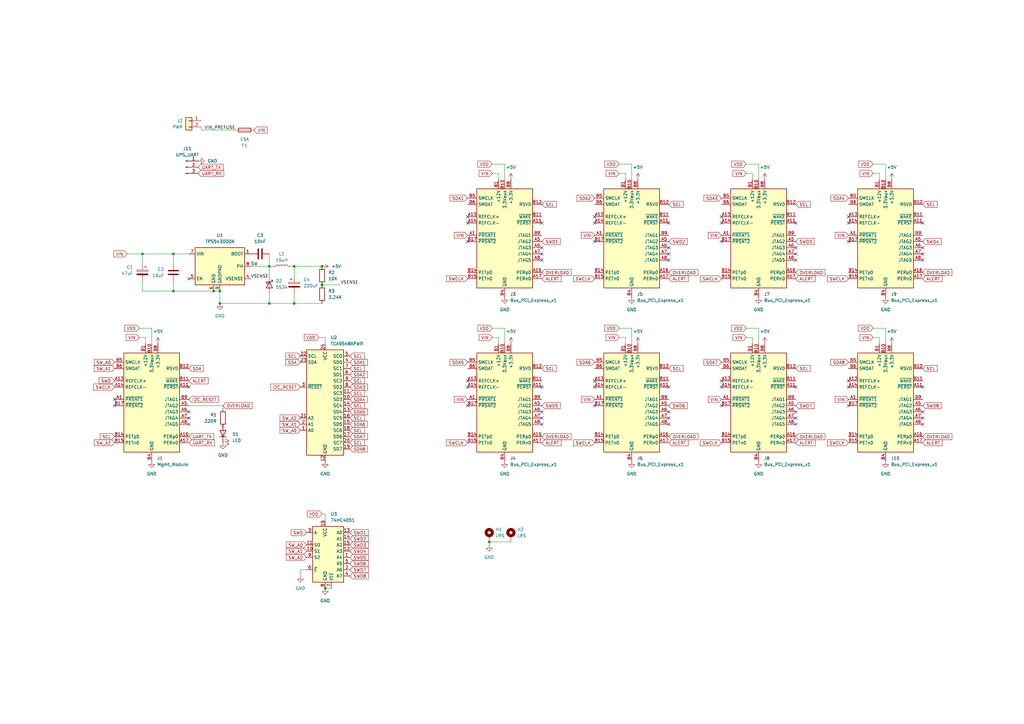
<source format=kicad_sch>
(kicad_sch (version 20231120) (generator "eeschema") (generator_version "8.0")
  (paper "A3")
  (title_block (date "2024-06-27") (rev "v0.5.2"))
  (lib_symbols
    (symbol "74xx:74HC4051"
      (property "Reference" "U" (at -5.08 11.43 0))
      (property "Value" "74HC4051" (at -7.62 -13.97 0))
      (symbol "74HC4051_0_1"
        (rectangle (start -5.08 10.16) (end 7.62 -12.7) (stroke (width 0.254)) (fill (type background)))
      )
      (symbol "74HC4051_1_1"
        (pin passive line (at 10.16 -2.54 180) (length 2.54) (name "A4") (number "1"))
        (pin input line (at -7.62 0 0) (length 2.54) (name "S1") (number "10"))
        (pin input line (at -7.62 2.54 0) (length 2.54) (name "S0") (number "11"))
        (pin passive line (at 10.16 0 180) (length 2.54) (name "A3") (number "12"))
        (pin passive line (at 10.16 7.62 180) (length 2.54) (name "A0") (number "13"))
        (pin passive line (at 10.16 5.08 180) (length 2.54) (name "A1") (number "14"))
        (pin passive line (at 10.16 2.54 180) (length 2.54) (name "A2") (number "15"))
        (pin power_in line (at 0 12.7 270) (length 2.54) (name "VCC") (number "16"))
        (pin passive line (at 10.16 -7.62 180) (length 2.54) (name "A6") (number "2"))
        (pin passive line (at -7.62 7.62 0) (length 2.54) (name "A") (number "3"))
        (pin passive line (at 10.16 -10.16 180) (length 2.54) (name "A7") (number "4"))
        (pin passive line (at 10.16 -5.08 180) (length 2.54) (name "A5") (number "5"))
        (pin input line (at -7.62 -7.62 0) (length 2.54) (name "~{E}") (number "6"))
        (pin power_in line (at 2.54 -15.24 90) (length 2.54) (name "VEE") (number "7"))
        (pin power_in line (at 0 -15.24 90) (length 2.54) (name "GND") (number "8"))
        (pin input line (at -7.62 -2.54 0) (length 2.54) (name "S2") (number "9"))
      )
    )
    (symbol "Connector:Bus_PCI_Express_x1"
      (property "Reference" "J" (at -8.89 22.86 0))
      (property "Value" "Bus_PCI_Express_x1" (at 12.7 22.86 0))
      (symbol "Bus_PCI_Express_x1_0_1"
        (rectangle (start -11.43 21.59) (end 11.43 -19.05) (stroke (width 0.254)) (fill (type background)))
      )
      (symbol "Bus_PCI_Express_x1_1_1"
        (pin passive line (at -15.24 2.54 0) (length 3.81) (name "~{PRSNT1}") (number "A1"))
        (pin passive line (at 2.54 25.4 270) (length 3.81) hide (name "+3.3V") (number "A10"))
        (pin input line (at 15.24 7.62 180) (length 3.81) (name "~{PERST}") (number "A11"))
        (pin passive line (at 0 -22.86 90) (length 3.81) hide (name "GND") (number "A12"))
        (pin input line (at -15.24 10.16 0) (length 3.81) (name "REFCLK+") (number "A13"))
        (pin input line (at -15.24 7.62 0) (length 3.81) (name "REFCLK-") (number "A14"))
        (pin passive line (at 0 -22.86 90) (length 3.81) hide (name "GND") (number "A15"))
        (pin output line (at 15.24 -12.7 180) (length 3.81) (name "PERp0") (number "A16"))
        (pin output line (at 15.24 -15.24 180) (length 3.81) (name "PERn0") (number "A17"))
        (pin passive line (at 0 -22.86 90) (length 3.81) hide (name "GND") (number "A18"))
        (pin passive line (at -2.54 25.4 270) (length 3.81) hide (name "+12V") (number "A2"))
        (pin passive line (at -2.54 25.4 270) (length 3.81) hide (name "+12V") (number "A3"))
        (pin passive line (at 0 -22.86 90) (length 3.81) hide (name "GND") (number "A4"))
        (pin input line (at 15.24 0 180) (length 3.81) (name "JTAG2") (number "A5"))
        (pin input line (at 15.24 -2.54 180) (length 3.81) (name "JTAG3") (number "A6"))
        (pin output line (at 15.24 -5.08 180) (length 3.81) (name "JTAG4") (number "A7"))
        (pin input line (at 15.24 -7.62 180) (length 3.81) (name "JTAG5") (number "A8"))
        (pin passive line (at 2.54 25.4 270) (length 3.81) hide (name "+3.3V") (number "A9"))
        (pin power_in line (at -2.54 25.4 270) (length 3.81) (name "+12V") (number "B1"))
        (pin power_in line (at 0 25.4 270) (length 3.81) (name "3.3Vaux") (number "B10"))
        (pin open_collector line (at 15.24 10.16 180) (length 3.81) (name "~{WAKE}") (number "B11"))
        (pin passive line (at 15.24 15.24 180) (length 3.81) (name "RSVD") (number "B12"))
        (pin passive line (at 0 -22.86 90) (length 3.81) hide (name "GND") (number "B13"))
        (pin input line (at -15.24 -12.7 0) (length 3.81) (name "PETp0") (number "B14"))
        (pin input line (at -15.24 -15.24 0) (length 3.81) (name "PETn0") (number "B15"))
        (pin passive line (at 0 -22.86 90) (length 3.81) hide (name "GND") (number "B16"))
        (pin passive line (at -15.24 0 0) (length 3.81) (name "~{PRSNT2}") (number "B17"))
        (pin passive line (at 0 -22.86 90) (length 3.81) hide (name "GND") (number "B18"))
        (pin passive line (at -2.54 25.4 270) (length 3.81) hide (name "+12V") (number "B2"))
        (pin passive line (at -2.54 25.4 270) (length 3.81) hide (name "+12V") (number "B3"))
        (pin power_in line (at 0 -22.86 90) (length 3.81) (name "GND") (number "B4"))
        (pin input line (at -15.24 17.78 0) (length 3.81) (name "SMCLK") (number "B5"))
        (pin bidirectional line (at -15.24 15.24 0) (length 3.81) (name "SMDAT") (number "B6"))
        (pin passive line (at 0 -22.86 90) (length 3.81) hide (name "GND") (number "B7"))
        (pin power_in line (at 2.54 25.4 270) (length 3.81) (name "+3.3V") (number "B8"))
        (pin input line (at 15.24 2.54 180) (length 3.81) (name "JTAG1") (number "B9"))
      )
    )
    (symbol "Connector:Conn_01x03_Pin" (pin_names (offset 1.016) hide)
      (property "Reference" "J" (at 0 5.08 0))
      (property "Value" "Conn_01x03_Pin" (at 0 -5.08 0))
      (symbol "Conn_01x03_Pin_1_1"
        (polyline (pts (xy 1.27 -2.54) (xy 0.8636 -2.54)) (stroke (width 0.1524)))
        (polyline (pts (xy 1.27 0) (xy 0.8636 0)) (stroke (width 0.1524)))
        (polyline (pts (xy 1.27 2.54) (xy 0.8636 2.54)) (stroke (width 0.1524)))
        (rectangle (start 0.8636 -2.413) (end 0 -2.667) (stroke (width 0.1524)) (fill (type outline)))
        (rectangle (start 0.8636 0.127) (end 0 -0.127) (stroke (width 0.1524)) (fill (type outline)))
        (rectangle (start 0.8636 2.667) (end 0 2.413) (stroke (width 0.1524)) (fill (type outline)))
        (pin passive line (at 5.08 2.54 180) (length 3.81) (name "Pin_1") (number "1"))
        (pin passive line (at 5.08 0 180) (length 3.81) (name "Pin_2") (number "2"))
        (pin passive line (at 5.08 -2.54 180) (length 3.81) (name "Pin_3") (number "3"))
      )
    )
    (symbol "Connector_Generic:Conn_01x02" (pin_names (offset 1.016) hide)
      (property "Reference" "J" (at 0 2.54 0))
      (property "Value" "Conn_01x02" (at 0 -5.08 0))
      (symbol "Conn_01x02_1_1"
        (rectangle (start -1.27 -2.413) (end 0 -2.667) (stroke (width 0.1524)))
        (rectangle (start -1.27 0.127) (end 0 -0.127) (stroke (width 0.1524)))
        (rectangle (start -1.27 1.27) (end 1.27 -3.81) (stroke (width 0.254)) (fill (type background)))
        (pin passive line (at -5.08 0 0) (length 3.81) (name "Pin_1") (number "1"))
        (pin passive line (at -5.08 -2.54 0) (length 3.81) (name "Pin_2") (number "2"))
      )
    )
    (symbol "Device:C" (pin_numbers hide) (pin_names (offset 0.254))
      (property "Reference" "C" (at 0.635 2.54 0))
      (property "Value" "C" (at 0.635 -2.54 0))
      (symbol "C_0_1"
        (polyline (pts (xy -2.032 -0.762) (xy 2.032 -0.762)) (stroke (width 0.508)))
        (polyline (pts (xy -2.032 0.762) (xy 2.032 0.762)) (stroke (width 0.508)))
      )
      (symbol "C_1_1"
        (pin passive line (at 0 3.81 270) (length 2.794) (name "~") (number "1"))
        (pin passive line (at 0 -3.81 90) (length 2.794) (name "~") (number "2"))
      )
    )
    (symbol "Device:C_Polarized" (pin_numbers hide) (pin_names (offset 0.254))
      (property "Reference" "C" (at 0.635 2.54 0))
      (property "Value" "C_Polarized" (at 0.635 -2.54 0))
      (symbol "C_Polarized_0_1"
        (rectangle (start -2.286 0.508) (end 2.286 1.016))
        (polyline (pts (xy -1.778 2.286) (xy -0.762 2.286)))
        (polyline (pts (xy -1.27 2.794) (xy -1.27 1.778)))
        (rectangle (start 2.286 -0.508) (end -2.286 -1.016) (fill (type outline)))
      )
      (symbol "C_Polarized_1_1"
        (pin passive line (at 0 3.81 270) (length 2.794) (name "~") (number "1"))
        (pin passive line (at 0 -3.81 90) (length 2.794) (name "~") (number "2"))
      )
    )
    (symbol "Device:Fuse" (pin_numbers hide) (pin_names (offset 0))
      (property "Reference" "F" (at 2.032 0 90))
      (property "Value" "Fuse" (at -1.905 0 90))
      (symbol "Fuse_0_1"
        (rectangle (start -0.762 -2.54) (end 0.762 2.54) (stroke (width 0.254)))
        (polyline (pts (xy 0 2.54) (xy 0 -2.54)))
      )
      (symbol "Fuse_1_1"
        (pin passive line (at 0 3.81 270) (length 1.27) (name "~") (number "1"))
        (pin passive line (at 0 -3.81 90) (length 1.27) (name "~") (number "2"))
      )
    )
    (symbol "Device:L" (pin_numbers hide) (pin_names (offset 1.016) hide)
      (property "Reference" "L" (at -1.27 0 90))
      (property "Value" "L" (at 1.905 0 90))
      (symbol "L_0_1"
        (arc (start 0 -2.54) (mid 0.6323 -1.905) (end 0 -1.27))
        (arc (start 0 -1.27) (mid 0.6323 -0.635) (end 0 0))
        (arc (start 0 0) (mid 0.6323 0.635) (end 0 1.27))
        (arc (start 0 1.27) (mid 0.6323 1.905) (end 0 2.54))
      )
      (symbol "L_1_1"
        (pin passive line (at 0 3.81 270) (length 1.27) (name "1") (number "1"))
        (pin passive line (at 0 -3.81 90) (length 1.27) (name "2") (number "2"))
      )
    )
    (symbol "Device:LED" (pin_numbers hide) (pin_names (offset 1.016) hide)
      (property "Reference" "D" (at 0 2.54 0))
      (property "Value" "LED" (at 0 -2.54 0))
      (symbol "LED_0_1"
        (polyline (pts (xy -1.27 -1.27) (xy -1.27 1.27)) (stroke (width 0.254)))
        (polyline (pts (xy -1.27 0) (xy 1.27 0)))
        (polyline (pts (xy 1.27 -1.27) (xy 1.27 1.27) (xy -1.27 0) (xy 1.27 -1.27)) (stroke (width 0.254)))
        (polyline (pts (xy -3.048 -0.762) (xy -4.572 -2.286) (xy -3.81 -2.286) (xy -4.572 -2.286) (xy -4.572 -1.524)))
        (polyline (pts (xy -1.778 -0.762) (xy -3.302 -2.286) (xy -2.54 -2.286) (xy -3.302 -2.286) (xy -3.302 -1.524)))
      )
      (symbol "LED_1_1"
        (pin passive line (at -3.81 0 0) (length 2.54) (name "K") (number "1"))
        (pin passive line (at 3.81 0 180) (length 2.54) (name "A") (number "2"))
      )
    )
    (symbol "Device:R" (pin_numbers hide) (pin_names (offset 0))
      (property "Reference" "R" (at 2.032 0 90))
      (property "Value" "R" (at 0 0 90))
      (symbol "R_0_1"
        (rectangle (start -1.016 -2.54) (end 1.016 2.54) (stroke (width 0.254)))
      )
      (symbol "R_1_1"
        (pin passive line (at 0 3.81 270) (length 1.27) (name "~") (number "1"))
        (pin passive line (at 0 -3.81 90) (length 1.27) (name "~") (number "2"))
      )
    )
    (symbol "Diode:SS34" (pin_numbers hide) (pin_names (offset 1.016) hide)
      (property "Reference" "D" (at 0 2.54 0))
      (property "Value" "SS34" (at 0 -2.54 0))
      (symbol "SS34_0_1"
        (polyline (pts (xy 1.27 0) (xy -1.27 0)))
        (polyline (pts (xy 1.27 1.27) (xy 1.27 -1.27) (xy -1.27 0) (xy 1.27 1.27)) (stroke (width 0.254)))
        (polyline (pts (xy -1.905 0.635) (xy -1.905 1.27) (xy -1.27 1.27) (xy -1.27 -1.27) (xy -0.635 -1.27) (xy -0.635 -0.635)) (stroke (width 0.254)))
      )
      (symbol "SS34_1_1"
        (pin passive line (at -3.81 0 0) (length 2.54) (name "K") (number "1"))
        (pin passive line (at 3.81 0 180) (length 2.54) (name "A") (number "2"))
      )
    )
    (symbol "Interface_Expansion:TCA9548APWR"
      (property "Reference" "U" (at -7.62 21.59 0))
      (property "Value" "TCA9548APWR" (at 1.016 21.59 0))
      (symbol "TCA9548APWR_0_1"
        (rectangle (start -7.62 20.32) (end 7.62 -22.86) (stroke (width 0.254)) (fill (type background)))
      )
      (symbol "TCA9548APWR_1_1"
        (pin input line (at -10.16 -12.7 0) (length 2.54) (name "A0") (number "1"))
        (pin bidirectional line (at 10.16 0 180) (length 2.54) (name "SD3") (number "10"))
        (pin output line (at 10.16 2.54 180) (length 2.54) (name "SC3") (number "11"))
        (pin power_in line (at 0 -25.4 90) (length 2.54) (name "GND") (number "12"))
        (pin bidirectional line (at 10.16 -5.08 180) (length 2.54) (name "SD4") (number "13"))
        (pin output line (at 10.16 -2.54 180) (length 2.54) (name "SC4") (number "14"))
        (pin bidirectional line (at 10.16 -10.16 180) (length 2.54) (name "SD5") (number "15"))
        (pin output line (at 10.16 -7.62 180) (length 2.54) (name "SC5") (number "16"))
        (pin bidirectional line (at 10.16 -15.24 180) (length 2.54) (name "SD6") (number "17"))
        (pin output line (at 10.16 -12.7 180) (length 2.54) (name "SC6") (number "18"))
        (pin bidirectional line (at 10.16 -20.32 180) (length 2.54) (name "SD7") (number "19"))
        (pin input line (at -10.16 -10.16 0) (length 2.54) (name "A1") (number "2"))
        (pin output line (at 10.16 -17.78 180) (length 2.54) (name "SC7") (number "20"))
        (pin input line (at -10.16 -7.62 0) (length 2.54) (name "A2") (number "21"))
        (pin input line (at -10.16 17.78 0) (length 2.54) (name "SCL") (number "22"))
        (pin bidirectional line (at -10.16 15.24 0) (length 2.54) (name "SDA") (number "23"))
        (pin power_in line (at 0 22.86 270) (length 2.54) (name "VCC") (number "24"))
        (pin input line (at -10.16 5.08 0) (length 2.54) (name "~{RESET}") (number "3"))
        (pin bidirectional line (at 10.16 15.24 180) (length 2.54) (name "SD0") (number "4"))
        (pin output line (at 10.16 17.78 180) (length 2.54) (name "SC0") (number "5"))
        (pin bidirectional line (at 10.16 10.16 180) (length 2.54) (name "SD1") (number "6"))
        (pin output line (at 10.16 12.7 180) (length 2.54) (name "SC1") (number "7"))
        (pin bidirectional line (at 10.16 5.08 180) (length 2.54) (name "SD2") (number "8"))
        (pin output line (at 10.16 7.62 180) (length 2.54) (name "SC2") (number "9"))
      )
    )
    (symbol "Mechanical:MountingHole_Pad" (pin_numbers hide) (pin_names (offset 1.016) hide) (exclude_from_sim yes) (in_bom no)
      (property "Reference" "H" (at 0 6.35 0))
      (property "Value" "MountingHole_Pad" (at 0 4.445 0))
      (symbol "MountingHole_Pad_0_1"
        (circle (center 0 1.27) (radius 1.27) (stroke (width 1.27)))
      )
      (symbol "MountingHole_Pad_1_1"
        (pin input line (at 0 -2.54 90) (length 2.54) (name "1") (number "1"))
      )
    )
    (symbol "Regulator_Switching:TPS5430DDA"
      (property "Reference" "U" (at -10.16 8.89 0))
      (property "Value" "TPS5430DDA" (at -1.27 8.89 0))
      (symbol "TPS5430DDA_0_1"
        (rectangle (start -10.16 7.62) (end 10.16 -7.62) (stroke (width 0.254)) (fill (type background)))
      )
      (symbol "TPS5430DDA_1_1"
        (pin input line (at 12.7 5.08 180) (length 2.54) (name "BOOT") (number "1"))
        (pin no_connect line (at -10.16 2.54 0) (length 2.54) hide (name "NC") (number "2"))
        (pin no_connect line (at -10.16 -2.54 0) (length 2.54) hide (name "NC") (number "3"))
        (pin input line (at 12.7 -5.08 180) (length 2.54) (name "VSENSE") (number "4"))
        (pin input line (at -12.7 -5.08 0) (length 2.54) (name "EN") (number "5"))
        (pin power_in line (at -2.54 -10.16 90) (length 2.54) (name "GND") (number "6"))
        (pin power_in line (at -12.7 5.08 0) (length 2.54) (name "VIN") (number "7"))
        (pin output line (at 12.7 0 180) (length 2.54) (name "PH") (number "8"))
        (pin power_in line (at 0 -10.16 90) (length 2.54) (name "GNDPAD") (number "9"))
      )
    )
    (symbol "power:+5V" (power) (pin_numbers hide) (pin_names (offset 0) hide)
      (property "Value" "+5V" (at 0 3.556 0))
      (symbol "+5V_0_1"
        (polyline (pts (xy -0.762 1.27) (xy 0 2.54)))
        (polyline (pts (xy 0 0) (xy 0 2.54)))
        (polyline (pts (xy 0 2.54) (xy 0.762 1.27)))
      )
      (symbol "+5V_1_1"
        (pin power_in line (at 0 0 90) (length 0) (name "~") (number "1"))
      )
    )
    (symbol "power:GND" (power) (pin_numbers hide) (pin_names (offset 0) hide)
      (property "Value" "GND" (at 0 -3.81 0))
      (symbol "GND_0_1"
        (polyline (pts (xy 0 0) (xy 0 -1.27) (xy 1.27 -1.27) (xy 0 -2.54) (xy -1.27 -1.27) (xy 0 -1.27)))
      )
      (symbol "GND_1_1"
        (pin power_in line (at 0 0 270) (length 0) (name "~") (number "1"))
      )
    )
  )
  (junction (at 58.42 104.14))
  (junction (at 120.65 109.22))
  (junction (at 90.17 119.38))
  (junction (at 71.12 104.14))
  (junction (at 120.65 124.46))
  (junction (at 90.17 124.46))
  (junction (at 110.49 124.46))
  (junction (at 110.49 109.22))
  (junction (at 71.12 119.38))
  (junction (at 133.35 241.3))
  (junction (at 200.66 222.25))
  (junction (at 87.63 119.38))
  (junction (at 132.08 109.22))
  (junction (at 132.08 116.84))
  (no_connect (at 77.47 158.75))
  (no_connect (at 295.91 88.9))
  (no_connect (at 274.32 173.99))
  (no_connect (at 46.99 163.83))
  (no_connect (at 326.39 91.44))
  (no_connect (at 378.46 101.6))
  (no_connect (at 347.98 99.06))
  (no_connect (at 347.98 158.75))
  (no_connect (at 222.25 171.45))
  (no_connect (at 191.77 156.21))
  (no_connect (at 77.47 173.99))
  (no_connect (at 295.91 91.44))
  (no_connect (at 46.99 166.37))
  (no_connect (at 326.39 173.99))
  (no_connect (at 378.46 158.75))
  (no_connect (at 191.77 91.44))
  (no_connect (at 191.77 99.06))
  (no_connect (at 243.84 158.75))
  (no_connect (at 378.46 91.44))
  (no_connect (at 347.98 156.21))
  (no_connect (at 77.47 114.3))
  (no_connect (at 326.39 104.14))
  (no_connect (at 295.91 156.21))
  (no_connect (at 222.25 168.91))
  (no_connect (at 243.84 166.37))
  (no_connect (at 191.77 158.75))
  (no_connect (at 274.32 101.6))
  (no_connect (at 326.39 158.75))
  (no_connect (at 77.47 171.45))
  (no_connect (at 243.84 156.21))
  (no_connect (at 77.47 168.91))
  (no_connect (at 347.98 166.37))
  (no_connect (at 274.32 91.44))
  (no_connect (at 347.98 88.9))
  (no_connect (at 378.46 171.45))
  (no_connect (at 295.91 158.75))
  (no_connect (at 326.39 101.6))
  (no_connect (at 222.25 104.14))
  (no_connect (at 326.39 171.45))
  (no_connect (at 274.32 106.68))
  (no_connect (at 378.46 173.99))
  (no_connect (at 378.46 104.14))
  (no_connect (at 326.39 106.68))
  (no_connect (at 243.84 91.44))
  (no_connect (at 222.25 101.6))
  (no_connect (at 378.46 168.91))
  (no_connect (at 243.84 99.06))
  (no_connect (at 378.46 106.68))
  (no_connect (at 222.25 173.99))
  (no_connect (at 243.84 88.9))
  (no_connect (at 191.77 88.9))
  (no_connect (at 295.91 99.06))
  (no_connect (at 295.91 166.37))
  (no_connect (at 191.77 166.37))
  (no_connect (at 274.32 158.75))
  (no_connect (at 274.32 104.14))
  (no_connect (at 274.32 168.91))
  (no_connect (at 222.25 158.75))
  (no_connect (at 274.32 171.45))
  (no_connect (at 222.25 106.68))
  (no_connect (at 222.25 91.44))
  (no_connect (at 347.98 91.44))
  (no_connect (at 326.39 168.91))
  (wire (pts (xy 358.14 71.12) (xy 360.68 71.12)))
  (wire (pts (xy 132.08 210.82) (xy 133.35 210.82)))
  (wire (pts (xy 133.35 138.43) (xy 133.35 140.97)))
  (wire (pts (xy 91.44 167.64) (xy 91.44 166.37)))
  (wire (pts (xy 71.12 119.38) (xy 87.63 119.38)))
  (wire (pts (xy 358.14 138.43) (xy 360.68 138.43)))
  (wire (pts (xy 110.49 104.14) (xy 110.49 109.22)))
  (wire (pts (xy 201.93 134.62) (xy 207.01 134.62)))
  (wire (pts (xy 90.17 119.38) (xy 90.17 124.46)))
  (wire (pts (xy 102.87 109.22) (xy 110.49 109.22)))
  (wire (pts (xy 311.15 67.31) (xy 311.15 73.66)))
  (wire (pts (xy 358.14 134.62) (xy 363.22 134.62)))
  (wire (pts (xy 57.15 138.43) (xy 59.69 138.43)))
  (wire (pts (xy 201.93 71.12) (xy 204.47 71.12)))
  (wire (pts (xy 96.52 53.34) (xy 82.55 53.34)))
  (wire (pts (xy 201.93 138.43) (xy 204.47 138.43)))
  (wire (pts (xy 82.55 53.34) (xy 82.55 52.07)))
  (wire (pts (xy 123.19 233.68) (xy 123.19 236.22)))
  (wire (pts (xy 58.42 115.57) (xy 58.42 119.38)))
  (wire (pts (xy 110.49 113.03) (xy 110.49 109.22)))
  (wire (pts (xy 306.07 67.31) (xy 311.15 67.31)))
  (wire (pts (xy 130.81 138.43) (xy 133.35 138.43)))
  (wire (pts (xy 110.49 109.22) (xy 111.76 109.22)))
  (wire (pts (xy 360.68 71.12) (xy 360.68 73.66)))
  (wire (pts (xy 201.93 67.31) (xy 207.01 67.31)))
  (wire (pts (xy 306.07 71.12) (xy 308.61 71.12)))
  (wire (pts (xy 306.07 134.62) (xy 311.15 134.62)))
  (wire (pts (xy 57.15 134.62) (xy 62.23 134.62)))
  (wire (pts (xy 62.23 134.62) (xy 62.23 140.97)))
  (wire (pts (xy 125.73 233.68) (xy 123.19 233.68)))
  (wire (pts (xy 306.07 138.43) (xy 308.61 138.43)))
  (wire (pts (xy 90.17 124.46) (xy 110.49 124.46)))
  (wire (pts (xy 254 67.31) (xy 259.08 67.31)))
  (wire (pts (xy 71.12 107.95) (xy 71.12 104.14)))
  (wire (pts (xy 132.08 109.22) (xy 120.65 109.22)))
  (wire (pts (xy 120.65 124.46) (xy 132.08 124.46)))
  (wire (pts (xy 363.22 134.62) (xy 363.22 140.97)))
  (wire (pts (xy 204.47 71.12) (xy 204.47 73.66)))
  (wire (pts (xy 120.65 113.03) (xy 120.65 109.22)))
  (wire (pts (xy 58.42 107.95) (xy 58.42 104.14)))
  (wire (pts (xy 87.63 119.38) (xy 90.17 119.38)))
  (wire (pts (xy 207.01 134.62) (xy 207.01 140.97)))
  (wire (pts (xy 308.61 71.12) (xy 308.61 73.66)))
  (wire (pts (xy 204.47 138.43) (xy 204.47 140.97)))
  (wire (pts (xy 110.49 120.65) (xy 110.49 124.46)))
  (wire (pts (xy 360.68 138.43) (xy 360.68 140.97)))
  (wire (pts (xy 358.14 67.31) (xy 363.22 67.31)))
  (wire (pts (xy 311.15 134.62) (xy 311.15 140.97)))
  (wire (pts (xy 58.42 119.38) (xy 71.12 119.38)))
  (wire (pts (xy 119.38 109.22) (xy 120.65 109.22)))
  (wire (pts (xy 133.35 241.3) (xy 135.89 241.3)))
  (wire (pts (xy 256.54 71.12) (xy 256.54 73.66)))
  (wire (pts (xy 110.49 124.46) (xy 120.65 124.46)))
  (wire (pts (xy 308.61 138.43) (xy 308.61 140.97)))
  (wire (pts (xy 200.66 222.25) (xy 209.55 222.25)))
  (wire (pts (xy 59.69 138.43) (xy 59.69 140.97)))
  (wire (pts (xy 254 138.43) (xy 256.54 138.43)))
  (wire (pts (xy 120.65 120.65) (xy 120.65 124.46)))
  (wire (pts (xy 91.44 175.26) (xy 91.44 173.99)))
  (wire (pts (xy 200.66 223.52) (xy 200.66 222.25)))
  (wire (pts (xy 71.12 115.57) (xy 71.12 119.38)))
  (wire (pts (xy 254 134.62) (xy 259.08 134.62)))
  (wire (pts (xy 254 71.12) (xy 256.54 71.12)))
  (wire (pts (xy 52.07 104.14) (xy 58.42 104.14)))
  (wire (pts (xy 259.08 67.31) (xy 259.08 73.66)))
  (wire (pts (xy 133.35 210.82) (xy 133.35 213.36)))
  (wire (pts (xy 91.44 166.37) (xy 77.47 166.37)))
  (wire (pts (xy 58.42 104.14) (xy 71.12 104.14)))
  (wire (pts (xy 363.22 67.31) (xy 363.22 73.66)))
  (wire (pts (xy 256.54 138.43) (xy 256.54 140.97)))
  (wire (pts (xy 71.12 104.14) (xy 77.47 104.14)))
  (wire (pts (xy 207.01 67.31) (xy 207.01 73.66)))
  (wire (pts (xy 259.08 134.62) (xy 259.08 140.97)))
  (wire (pts (xy 132.08 116.84) (xy 139.7 116.84)))
  (label "VIN_PREFUSE" (at 96.52 53.34 180))
  (label "SW" (at 102.87 109.22 0))
  (label "VSENSE" (at 139.7 116.84 0))
  (label "VSENSE" (at 102.87 114.3 0))
  (global_label "SCL" (shape input) (at 378.46 151.13 0) (property "Intersheetrefs" "${INTERSHEET_REFS}" (effects (hide yes))))
  (global_label "SWD7" (shape input) (at 326.39 166.37 0) (property "Intersheetrefs" "${INTERSHEET_REFS}" (effects (hide yes))))
  (global_label "ALERT" (shape input) (at 326.39 114.3 0) (property "Intersheetrefs" "${INTERSHEET_REFS}" (effects (hide yes))))
  (global_label "SWCLK" (shape input) (at 243.84 114.3 180) (property "Intersheetrefs" "${INTERSHEET_REFS}" (effects (hide yes))))
  (global_label "SDA" (shape input) (at 123.19 148.59 180) (property "Intersheetrefs" "${INTERSHEET_REFS}" (effects (hide yes))))
  (global_label "OVERLOAD" (shape input) (at 274.32 179.07 0) (property "Intersheetrefs" "${INTERSHEET_REFS}" (effects (hide yes))))
  (global_label "VDD" (shape input) (at 358.14 134.62 180) (property "Intersheetrefs" "${INTERSHEET_REFS}" (effects (hide yes))))
  (global_label "UART_TX" (shape input) (at 81.28 68.58 0) (property "Intersheetrefs" "${INTERSHEET_REFS}" (effects (hide yes))))
  (global_label "OVERLOAD" (shape input) (at 91.44 166.37 0) (property "Intersheetrefs" "${INTERSHEET_REFS}" (effects (hide yes))))
  (global_label "SDA3" (shape input) (at 295.91 81.28 180) (property "Intersheetrefs" "${INTERSHEET_REFS}" (effects (hide yes))))
  (global_label "ALERT" (shape input) (at 274.32 181.61 0) (property "Intersheetrefs" "${INTERSHEET_REFS}" (effects (hide yes))))
  (global_label "SWCLK" (shape input) (at 295.91 114.3 180) (property "Intersheetrefs" "${INTERSHEET_REFS}" (effects (hide yes))))
  (global_label "SWD2" (shape input) (at 274.32 99.06 0) (property "Intersheetrefs" "${INTERSHEET_REFS}" (effects (hide yes))))
  (global_label "VIN" (shape input) (at 347.98 163.83 180) (property "Intersheetrefs" "${INTERSHEET_REFS}" (effects (hide yes))))
  (global_label "SWD8" (shape input) (at 143.51 236.22 0) (property "Intersheetrefs" "${INTERSHEET_REFS}" (effects (hide yes))))
  (global_label "SDA8" (shape input) (at 143.51 184.15 0) (property "Intersheetrefs" "${INTERSHEET_REFS}" (effects (hide yes))))
  (global_label "SWD4" (shape input) (at 378.46 99.06 0) (property "Intersheetrefs" "${INTERSHEET_REFS}" (effects (hide yes))))
  (global_label "VIN" (shape input) (at 57.15 138.43 180) (property "Intersheetrefs" "${INTERSHEET_REFS}" (effects (hide yes))))
  (global_label "ALERT" (shape input) (at 222.25 181.61 0) (property "Intersheetrefs" "${INTERSHEET_REFS}" (effects (hide yes))))
  (global_label "VIN" (shape input) (at 191.77 163.83 180) (property "Intersheetrefs" "${INTERSHEET_REFS}" (effects (hide yes))))
  (global_label "SWD1" (shape input) (at 143.51 218.44 0) (property "Intersheetrefs" "${INTERSHEET_REFS}" (effects (hide yes))))
  (global_label "SDA6" (shape input) (at 243.84 148.59 180) (property "Intersheetrefs" "${INTERSHEET_REFS}" (effects (hide yes))))
  (global_label "SW_A0" (shape input) (at 125.73 223.52 180) (property "Intersheetrefs" "${INTERSHEET_REFS}" (effects (hide yes))))
  (global_label "ALERT" (shape input) (at 77.47 156.21 0) (property "Intersheetrefs" "${INTERSHEET_REFS}" (effects (hide yes))))
  (global_label "VIN" (shape input) (at 201.93 71.12 180) (property "Intersheetrefs" "${INTERSHEET_REFS}" (effects (hide yes))))
  (global_label "SDA8" (shape input) (at 347.98 148.59 180) (property "Intersheetrefs" "${INTERSHEET_REFS}" (effects (hide yes))))
  (global_label "SWCLK" (shape input) (at 347.98 181.61 180) (property "Intersheetrefs" "${INTERSHEET_REFS}" (effects (hide yes))))
  (global_label "SWD7" (shape input) (at 143.51 233.68 0) (property "Intersheetrefs" "${INTERSHEET_REFS}" (effects (hide yes))))
  (global_label "VDD" (shape input) (at 306.07 67.31 180) (property "Intersheetrefs" "${INTERSHEET_REFS}" (effects (hide yes))))
  (global_label "SCL" (shape input) (at 143.51 181.61 0) (property "Intersheetrefs" "${INTERSHEET_REFS}" (effects (hide yes))))
  (global_label "SWD3" (shape input) (at 326.39 99.06 0) (property "Intersheetrefs" "${INTERSHEET_REFS}" (effects (hide yes))))
  (global_label "VIN" (shape input) (at 358.14 138.43 180) (property "Intersheetrefs" "${INTERSHEET_REFS}" (effects (hide yes))))
  (global_label "OVERLOAD" (shape input) (at 274.32 111.76 0) (property "Intersheetrefs" "${INTERSHEET_REFS}" (effects (hide yes))))
  (global_label "SW_A2" (shape input) (at 46.99 181.61 180) (property "Intersheetrefs" "${INTERSHEET_REFS}" (effects (hide yes))))
  (global_label "SCL" (shape input) (at 123.19 146.05 180) (property "Intersheetrefs" "${INTERSHEET_REFS}" (effects (hide yes))))
  (global_label "SWCLK" (shape input) (at 347.98 114.3 180) (property "Intersheetrefs" "${INTERSHEET_REFS}" (effects (hide yes))))
  (global_label "SDA" (shape input) (at 77.47 151.13 0) (property "Intersheetrefs" "${INTERSHEET_REFS}" (effects (hide yes))))
  (global_label "SW_A2" (shape input) (at 123.19 171.45 180) (property "Intersheetrefs" "${INTERSHEET_REFS}" (effects (hide yes))))
  (global_label "VIN" (shape input) (at 191.77 96.52 180) (property "Intersheetrefs" "${INTERSHEET_REFS}" (effects (hide yes))))
  (global_label "SCL" (shape input) (at 143.51 146.05 0) (property "Intersheetrefs" "${INTERSHEET_REFS}" (effects (hide yes))))
  (global_label "SWD8" (shape input) (at 378.46 166.37 0) (property "Intersheetrefs" "${INTERSHEET_REFS}" (effects (hide yes))))
  (global_label "SDA5" (shape input) (at 191.77 148.59 180) (property "Intersheetrefs" "${INTERSHEET_REFS}" (effects (hide yes))))
  (global_label "VIN" (shape input) (at 243.84 163.83 180) (property "Intersheetrefs" "${INTERSHEET_REFS}" (effects (hide yes))))
  (global_label "SWCLK" (shape input) (at 191.77 114.3 180) (property "Intersheetrefs" "${INTERSHEET_REFS}" (effects (hide yes))))
  (global_label "SWCLK" (shape input) (at 191.77 181.61 180) (property "Intersheetrefs" "${INTERSHEET_REFS}" (effects (hide yes))))
  (global_label "OVERLOAD" (shape input) (at 326.39 111.76 0) (property "Intersheetrefs" "${INTERSHEET_REFS}" (effects (hide yes))))
  (global_label "SWD4" (shape input) (at 143.51 226.06 0) (property "Intersheetrefs" "${INTERSHEET_REFS}" (effects (hide yes))))
  (global_label "SCL" (shape input) (at 274.32 151.13 0) (property "Intersheetrefs" "${INTERSHEET_REFS}" (effects (hide yes))))
  (global_label "SDA4" (shape input) (at 347.98 81.28 180) (property "Intersheetrefs" "${INTERSHEET_REFS}" (effects (hide yes))))
  (global_label "SCL" (shape input) (at 222.25 83.82 0) (property "Intersheetrefs" "${INTERSHEET_REFS}" (effects (hide yes))))
  (global_label "SDA7" (shape input) (at 295.91 148.59 180) (property "Intersheetrefs" "${INTERSHEET_REFS}" (effects (hide yes))))
  (global_label "SDA2" (shape input) (at 143.51 153.67 0) (property "Intersheetrefs" "${INTERSHEET_REFS}" (effects (hide yes))))
  (global_label "SWD" (shape input) (at 46.99 156.21 180) (property "Intersheetrefs" "${INTERSHEET_REFS}" (effects (hide yes))))
  (global_label "I2C_RESET" (shape input) (at 123.19 158.75 180) (property "Intersheetrefs" "${INTERSHEET_REFS}" (effects (hide yes))))
  (global_label "VIN" (shape input) (at 254 71.12 180) (property "Intersheetrefs" "${INTERSHEET_REFS}" (effects (hide yes))))
  (global_label "SDA1" (shape input) (at 143.51 148.59 0) (property "Intersheetrefs" "${INTERSHEET_REFS}" (effects (hide yes))))
  (global_label "OVERLOAD" (shape input) (at 222.25 111.76 0) (property "Intersheetrefs" "${INTERSHEET_REFS}" (effects (hide yes))))
  (global_label "SWD1" (shape input) (at 222.25 99.06 0) (property "Intersheetrefs" "${INTERSHEET_REFS}" (effects (hide yes))))
  (global_label "VIN" (shape input) (at 347.98 96.52 180) (property "Intersheetrefs" "${INTERSHEET_REFS}" (effects (hide yes))))
  (global_label "VDD" (shape input) (at 130.81 138.43 180) (property "Intersheetrefs" "${INTERSHEET_REFS}" (effects (hide yes))))
  (global_label "SCL" (shape input) (at 143.51 151.13 0) (property "Intersheetrefs" "${INTERSHEET_REFS}" (effects (hide yes))))
  (global_label "SWD5" (shape input) (at 222.25 166.37 0) (property "Intersheetrefs" "${INTERSHEET_REFS}" (effects (hide yes))))
  (global_label "SDA1" (shape input) (at 191.77 81.28 180) (property "Intersheetrefs" "${INTERSHEET_REFS}" (effects (hide yes))))
  (global_label "SW_A0" (shape input) (at 46.99 148.59 180) (property "Intersheetrefs" "${INTERSHEET_REFS}" (effects (hide yes))))
  (global_label "SWD2" (shape input) (at 143.51 220.98 0) (property "Intersheetrefs" "${INTERSHEET_REFS}" (effects (hide yes))))
  (global_label "SWD5" (shape input) (at 143.51 228.6 0) (property "Intersheetrefs" "${INTERSHEET_REFS}" (effects (hide yes))))
  (global_label "OVERLOAD" (shape input) (at 222.25 179.07 0) (property "Intersheetrefs" "${INTERSHEET_REFS}" (effects (hide yes))))
  (global_label "SDA3" (shape input) (at 143.51 158.75 0) (property "Intersheetrefs" "${INTERSHEET_REFS}" (effects (hide yes))))
  (global_label "VIN" (shape input) (at 358.14 71.12 180) (property "Intersheetrefs" "${INTERSHEET_REFS}" (effects (hide yes))))
  (global_label "VIN" (shape input) (at 295.91 96.52 180) (property "Intersheetrefs" "${INTERSHEET_REFS}" (effects (hide yes))))
  (global_label "VIN" (shape input) (at 104.14 53.34 0) (property "Intersheetrefs" "${INTERSHEET_REFS}" (effects (hide yes))))
  (global_label "VIN" (shape input) (at 254 138.43 180) (property "Intersheetrefs" "${INTERSHEET_REFS}" (effects (hide yes))))
  (global_label "SCL" (shape input) (at 143.51 176.53 0) (property "Intersheetrefs" "${INTERSHEET_REFS}" (effects (hide yes))))
  (global_label "UART_RX" (shape input) (at 77.47 181.61 0) (property "Intersheetrefs" "${INTERSHEET_REFS}" (effects (hide yes))))
  (global_label "VIN" (shape input) (at 201.93 138.43 180) (property "Intersheetrefs" "${INTERSHEET_REFS}" (effects (hide yes))))
  (global_label "SDA5" (shape input) (at 143.51 168.91 0) (property "Intersheetrefs" "${INTERSHEET_REFS}" (effects (hide yes))))
  (global_label "ALERT" (shape input) (at 378.46 114.3 0) (property "Intersheetrefs" "${INTERSHEET_REFS}" (effects (hide yes))))
  (global_label "SCL" (shape input) (at 326.39 83.82 0) (property "Intersheetrefs" "${INTERSHEET_REFS}" (effects (hide yes))))
  (global_label "ALERT" (shape input) (at 222.25 114.3 0) (property "Intersheetrefs" "${INTERSHEET_REFS}" (effects (hide yes))))
  (global_label "SCL" (shape input) (at 274.32 83.82 0) (property "Intersheetrefs" "${INTERSHEET_REFS}" (effects (hide yes))))
  (global_label "SW_A0" (shape input) (at 123.19 176.53 180) (property "Intersheetrefs" "${INTERSHEET_REFS}" (effects (hide yes))))
  (global_label "SDA4" (shape input) (at 143.51 163.83 0) (property "Intersheetrefs" "${INTERSHEET_REFS}" (effects (hide yes))))
  (global_label "SDA2" (shape input) (at 243.84 81.28 180) (property "Intersheetrefs" "${INTERSHEET_REFS}" (effects (hide yes))))
  (global_label "SCL" (shape input) (at 222.25 151.13 0) (property "Intersheetrefs" "${INTERSHEET_REFS}" (effects (hide yes))))
  (global_label "SCL" (shape input) (at 326.39 151.13 0) (property "Intersheetrefs" "${INTERSHEET_REFS}" (effects (hide yes))))
  (global_label "SWCLK" (shape input) (at 46.99 158.75 180) (property "Intersheetrefs" "${INTERSHEET_REFS}" (effects (hide yes))))
  (global_label "VDD" (shape input) (at 254 67.31 180) (property "Intersheetrefs" "${INTERSHEET_REFS}" (effects (hide yes))))
  (global_label "SW_A1" (shape input) (at 125.73 226.06 180) (property "Intersheetrefs" "${INTERSHEET_REFS}" (effects (hide yes))))
  (global_label "OVERLOAD" (shape input) (at 378.46 111.76 0) (property "Intersheetrefs" "${INTERSHEET_REFS}" (effects (hide yes))))
  (global_label "SCL" (shape input) (at 46.99 179.07 180) (property "Intersheetrefs" "${INTERSHEET_REFS}" (effects (hide yes))))
  (global_label "SW_A1" (shape input) (at 123.19 173.99 180) (property "Intersheetrefs" "${INTERSHEET_REFS}" (effects (hide yes))))
  (global_label "SWD6" (shape input) (at 143.51 231.14 0) (property "Intersheetrefs" "${INTERSHEET_REFS}" (effects (hide yes))))
  (global_label "VDD" (shape input) (at 254 134.62 180) (property "Intersheetrefs" "${INTERSHEET_REFS}" (effects (hide yes))))
  (global_label "VDD" (shape input) (at 132.08 210.82 180) (property "Intersheetrefs" "${INTERSHEET_REFS}" (effects (hide yes))))
  (global_label "SDA7" (shape input) (at 143.51 179.07 0) (property "Intersheetrefs" "${INTERSHEET_REFS}" (effects (hide yes))))
  (global_label "SCL" (shape input) (at 378.46 83.82 0) (property "Intersheetrefs" "${INTERSHEET_REFS}" (effects (hide yes))))
  (global_label "UART_TX" (shape input) (at 77.47 179.07 0) (property "Intersheetrefs" "${INTERSHEET_REFS}" (effects (hide yes))))
  (global_label "OVERLOAD" (shape input) (at 326.39 179.07 0) (property "Intersheetrefs" "${INTERSHEET_REFS}" (effects (hide yes))))
  (global_label "VIN" (shape input) (at 306.07 71.12 180) (property "Intersheetrefs" "${INTERSHEET_REFS}" (effects (hide yes))))
  (global_label "VIN" (shape input) (at 52.07 104.14 180) (property "Intersheetrefs" "${INTERSHEET_REFS}" (effects (hide yes))))
  (global_label "SWD3" (shape input) (at 143.51 223.52 0) (property "Intersheetrefs" "${INTERSHEET_REFS}" (effects (hide yes))))
  (global_label "VDD" (shape input) (at 57.15 134.62 180) (property "Intersheetrefs" "${INTERSHEET_REFS}" (effects (hide yes))))
  (global_label "ALERT" (shape input) (at 274.32 114.3 0) (property "Intersheetrefs" "${INTERSHEET_REFS}" (effects (hide yes))))
  (global_label "OVERLOAD" (shape input) (at 378.46 179.07 0) (property "Intersheetrefs" "${INTERSHEET_REFS}" (effects (hide yes))))
  (global_label "SW_A1" (shape input) (at 46.99 151.13 180) (property "Intersheetrefs" "${INTERSHEET_REFS}" (effects (hide yes))))
  (global_label "SCL" (shape input) (at 143.51 161.29 0) (property "Intersheetrefs" "${INTERSHEET_REFS}" (effects (hide yes))))
  (global_label "VDD" (shape input) (at 201.93 67.31 180) (property "Intersheetrefs" "${INTERSHEET_REFS}" (effects (hide yes))))
  (global_label "VIN" (shape input) (at 295.91 163.83 180) (property "Intersheetrefs" "${INTERSHEET_REFS}" (effects (hide yes))))
  (global_label "VDD" (shape input) (at 358.14 67.31 180) (property "Intersheetrefs" "${INTERSHEET_REFS}" (effects (hide yes))))
  (global_label "SDA6" (shape input) (at 143.51 173.99 0) (property "Intersheetrefs" "${INTERSHEET_REFS}" (effects (hide yes))))
  (global_label "VDD" (shape input) (at 201.93 134.62 180) (property "Intersheetrefs" "${INTERSHEET_REFS}" (effects (hide yes))))
  (global_label "UART_RX" (shape input) (at 81.28 71.12 0) (property "Intersheetrefs" "${INTERSHEET_REFS}" (effects (hide yes))))
  (global_label "VIN" (shape input) (at 243.84 96.52 180) (property "Intersheetrefs" "${INTERSHEET_REFS}" (effects (hide yes))))
  (global_label "SWCLK" (shape input) (at 295.91 181.61 180) (property "Intersheetrefs" "${INTERSHEET_REFS}" (effects (hide yes))))
  (global_label "I2C_RESET" (shape input) (at 77.47 163.83 0) (property "Intersheetrefs" "${INTERSHEET_REFS}" (effects (hide yes))))
  (global_label "SW_A2" (shape input) (at 125.73 228.6 180) (property "Intersheetrefs" "${INTERSHEET_REFS}" (effects (hide yes))))
  (global_label "VDD" (shape input) (at 306.07 134.62 180) (property "Intersheetrefs" "${INTERSHEET_REFS}" (effects (hide yes))))
  (global_label "SCL" (shape input) (at 143.51 156.21 0) (property "Intersheetrefs" "${INTERSHEET_REFS}" (effects (hide yes))))
  (global_label "ALERT" (shape input) (at 326.39 181.61 0) (property "Intersheetrefs" "${INTERSHEET_REFS}" (effects (hide yes))))
  (global_label "SWD6" (shape input) (at 274.32 166.37 0) (property "Intersheetrefs" "${INTERSHEET_REFS}" (effects (hide yes))))
  (global_label "SWD" (shape input) (at 125.73 218.44 180) (property "Intersheetrefs" "${INTERSHEET_REFS}" (effects (hide yes))))
  (global_label "SCL" (shape input) (at 143.51 171.45 0) (property "Intersheetrefs" "${INTERSHEET_REFS}" (effects (hide yes))))
  (global_label "SWCLK" (shape input) (at 243.84 181.61 180) (property "Intersheetrefs" "${INTERSHEET_REFS}" (effects (hide yes))))
  (global_label "ALERT" (shape input) (at 378.46 181.61 0) (property "Intersheetrefs" "${INTERSHEET_REFS}" (effects (hide yes))))
  (global_label "VIN" (shape input) (at 306.07 138.43 180) (property "Intersheetrefs" "${INTERSHEET_REFS}" (effects (hide yes))))
  (global_label "SCL" (shape input) (at 143.51 166.37 0) (property "Intersheetrefs" "${INTERSHEET_REFS}" (effects (hide yes))))
  (symbol (lib_id "power:+5V") (at 313.69 140.97 0) (unit 1)
    (property "Reference" "#PWR020" (effects (hide yes)))
    (property "Value" "+5V" (at 313.69 135.89 0))
    (property "Description" "Power symbol creates a global label with name \"+5V\"" (effects (hide yes)))
  )
  (symbol (lib_id "Device:C_Polarized") (at 120.65 116.84 0) (unit 1)
    (property "Reference" "C4" (at 124.46 114.6809 0) (effects (justify left)))
    (property "Value" "220uF" (at 124.46 117.2209 0) (effects (justify left)))
    (property "Footprint" "Capacitor_SMD:CP_Elec_6.3x5.4_Nichicon" (effects (hide yes)))
    (property "Description" "Polarized capacitor" (effects (hide yes)))
    (property "LCSC" "C72494" (effects (hide yes)))
  )
  (symbol (lib_id "power:+5V") (at 209.55 140.97 0) (unit 1)
    (property "Reference" "#PWR011" (effects (hide yes)))
    (property "Value" "+5V" (at 209.55 135.89 0))
    (property "Description" "Power symbol creates a global label with name \"+5V\"" (effects (hide yes)))
  )
  (symbol (lib_id "Device:C") (at 106.68 104.14 90) (unit 1)
    (property "Reference" "C3" (at 106.68 96.52 90))
    (property "Value" "10nF" (at 106.68 99.06 90))
    (property "Footprint" "Capacitor_SMD:C_0603_1608Metric" (effects (hide yes)))
    (property "Description" "Unpolarized capacitor" (effects (hide yes)))
    (property "LCSC" "C1589" (effects (hide yes)))
  )
  (symbol (lib_id "Device:C_Polarized") (at 58.42 111.76 0) (mirror y) (unit 1)
    (property "Reference" "C1" (at 54.61 109.6009 0) (effects (justify left)))
    (property "Value" "47uF" (at 54.61 112.1409 0) (effects (justify left)))
    (property "Footprint" "Capacitor_SMD:CP_Elec_6.3x7.7" (effects (hide yes)))
    (property "Description" "Polarized capacitor" (effects (hide yes)))
    (property "LCSC" "C72523" (effects (hide yes)))
  )
  (symbol (lib_id "Device:R") (at 132.08 113.03 0) (unit 1)
    (property "Reference" "R2" (at 134.62 111.7599 0) (effects (justify left)))
    (property "Value" "10K" (at 134.62 114.2999 0) (effects (justify left)))
    (property "Footprint" "Resistor_SMD:R_0603_1608Metric" (effects (hide yes)))
    (property "Description" "Resistor" (effects (hide yes)))
    (property "LCSC" "C25804" (effects (hide yes)))
  )
  (symbol (lib_id "power:+5V") (at 132.08 109.22 270) (unit 1)
    (property "Reference" "#PWR06" (effects (hide yes)))
    (property "Value" "+5V" (at 135.89 109.2199 90) (effects (justify left)))
    (property "Description" "Power symbol creates a global label with name \"+5V\"" (effects (hide yes)))
  )
  (symbol (lib_id "Connector:Bus_PCI_Express_x1") (at 207.01 99.06 0) (unit 1) (in_bom no)
    (property "Reference" "J3" (at 209.2041 120.65 0) (effects (justify left)))
    (property "Value" "Bus_PCI_Express_x1" (at 209.2041 123.19 0) (effects (justify left)))
    (property "Footprint" "Local Library:AMPHENOL_PCI_E_10018783-10210TLF" (effects (hide yes)))
    (property "Datasheet" "http://www.ritrontek.com/uploadfile/2016/1026/20161026105231124.pdf#page=63" (effects (hide yes)))
    (property "Description" "PCI Express bus connector x1" (effects (hide yes)))
  )
  (symbol (lib_id "Connector:Bus_PCI_Express_x1") (at 259.08 99.06 0) (unit 1) (in_bom no)
    (property "Reference" "J5" (at 261.2741 120.65 0) (effects (justify left)))
    (property "Value" "Bus_PCI_Express_x1" (at 261.2741 123.19 0) (effects (justify left)))
    (property "Footprint" "Local Library:AMPHENOL_PCI_E_10018783-10210TLF" (effects (hide yes)))
    (property "Datasheet" "http://www.ritrontek.com/uploadfile/2016/1026/20161026105231124.pdf#page=63" (effects (hide yes)))
    (property "Description" "PCI Express bus connector x1" (effects (hide yes)))
  )
  (symbol (lib_id "power:GND") (at 363.22 189.23 0) (unit 1)
    (property "Reference" "#PWR022" (effects (hide yes)))
    (property "Value" "GND" (at 363.22 194.31 0))
    (property "Description" "Power symbol creates a global label with name \"GND\" , ground" (effects (hide yes)))
  )
  (symbol (lib_id "Connector:Conn_01x03_Pin") (at 76.2 68.58 0) (unit 1)
    (property "Reference" "J11" (at 76.835 60.96 0))
    (property "Value" "UPS_UART" (at 76.835 63.5 0))
    (property "Footprint" "Connector_JST:JST_XH_S3B-XH-A-1_1x03_P2.50mm_Horizontal" (effects (hide yes)))
    (property "Description" "Generic connector, single row, 01x03, script generated" (effects (hide yes)))
  )
  (symbol (lib_id "power:GND") (at 207.01 189.23 0) (unit 1)
    (property "Reference" "#PWR09" (effects (hide yes)))
    (property "Value" "GND" (at 207.01 194.31 0))
    (property "Description" "Power symbol creates a global label with name \"GND\" , ground" (effects (hide yes)))
  )
  (symbol (lib_id "Interface_Expansion:TCA9548APWR") (at 133.35 163.83 0) (unit 1)
    (property "Reference" "U2" (at 135.5441 138.43 0) (effects (justify left)))
    (property "Value" "TCA9548APWR" (at 135.5441 140.97 0) (effects (justify left)))
    (property "Footprint" "Package_SO:TSSOP-24_4.4x7.8mm_P0.65mm" (effects (hide yes)))
    (property "Datasheet" "http://www.ti.com/lit/ds/symlink/tca9548a.pdf" (effects (hide yes)))
    (property "Description" "Low voltage 8-channel I2C switch with reset, TSSOP-24" (effects (hide yes)))
    (property "LCSC" "C130026" (effects (hide yes)))
    (property "JLCPCB_CORRECTION" "0;0;270" (effects (hide yes)))
  )
  (symbol (lib_id "power:GND") (at 133.35 189.23 0) (unit 1)
    (property "Reference" "#PWR07" (effects (hide yes)))
    (property "Value" "GND" (at 133.35 194.31 0))
    (property "Description" "Power symbol creates a global label with name \"GND\" , ground" (effects (hide yes)))
  )
  (symbol (lib_id "74xx:74HC4051") (at 133.35 226.06 0) (unit 1)
    (property "Reference" "U3" (at 135.5441 210.82 0) (effects (justify left)))
    (property "Value" "74HC4051" (at 135.5441 213.36 0) (effects (justify left)))
    (property "Footprint" "Package_SO:TSSOP-16_4.4x5mm_P0.65mm" (effects (hide yes)))
    (property "Datasheet" "https://wmsc.lcsc.com/wmsc/upload/file/pdf/v2/lcsc/1809042022_Nexperia-74HC4051PW-118_C5645.pdf" (effects (hide yes)))
    (property "Description" "8-channel analog multiplexer/demultiplexer, DIP-16/SOIC-16/TSSOP-16" (effects (hide yes)))
    (property "LCSC" "C5645" (effects (hide yes)))
    (property "JLCPCB_CORRECTION" "0;0;-90" (effects (hide yes)))
  )
  (symbol (lib_id "Device:C") (at 71.12 111.76 0) (mirror y) (unit 1)
    (property "Reference" "C2" (at 67.31 110.4899 0) (effects (justify left)))
    (property "Value" "10uF" (at 67.31 113.0299 0) (effects (justify left)))
    (property "Footprint" "Capacitor_SMD:C_1206_3216Metric" (effects (hide yes)))
    (property "Description" "Unpolarized capacitor" (effects (hide yes)))
    (property "LCSC" "C13585" (effects (hide yes)))
  )
  (symbol (lib_id "Connector:Bus_PCI_Express_x1") (at 207.01 166.37 0) (unit 1) (in_bom no)
    (property "Reference" "J4" (at 209.2041 187.96 0) (effects (justify left)))
    (property "Value" "Bus_PCI_Express_x1" (at 209.2041 190.5 0) (effects (justify left)))
    (property "Footprint" "Local Library:AMPHENOL_PCI_E_10018783-10210TLF" (effects (hide yes)))
    (property "Datasheet" "http://www.ritrontek.com/uploadfile/2016/1026/20161026105231124.pdf#page=63" (effects (hide yes)))
    (property "Description" "PCI Express bus connector x1" (effects (hide yes)))
  )
  (symbol (lib_id "power:GND") (at 311.15 189.23 0) (unit 1)
    (property "Reference" "#PWR018" (effects (hide yes)))
    (property "Value" "GND" (at 311.15 194.31 0))
    (property "Description" "Power symbol creates a global label with name \"GND\" , ground" (effects (hide yes)))
  )
  (symbol (lib_id "Device:Fuse") (at 100.33 53.34 270) (mirror x) (unit 1) (in_bom no)
    (property "Reference" "F1" (at 100.33 59.69 90))
    (property "Value" "15A" (at 100.33 57.15 90))
    (property "Footprint" "Fuse:Fuseholder_Blade_Mini_Keystone_3568" (effects (hide yes)))
    (property "Description" "Fuse" (effects (hide yes)))
  )
  (symbol (lib_id "Device:LED") (at 91.44 177.8 90) (unit 1)
    (property "Reference" "D1" (at 95.25 178.1174 90) (effects (justify right)))
    (property "Value" "LED" (at 95.25 180.6574 90) (effects (justify right)))
    (property "Footprint" "LED_SMD:LED_0603_1608Metric" (effects (hide yes)))
    (property "Description" "Light emitting diode" (effects (hide yes)))
    (property "LCSC" "C2286" (effects (hide yes)))
  )
  (symbol (lib_id "Connector:Bus_PCI_Express_x1") (at 259.08 166.37 0) (unit 1) (in_bom no)
    (property "Reference" "J6" (at 261.2741 187.96 0) (effects (justify left)))
    (property "Value" "Bus_PCI_Express_x1" (at 261.2741 190.5 0) (effects (justify left)))
    (property "Footprint" "Local Library:AMPHENOL_PCI_E_10018783-10210TLF" (effects (hide yes)))
    (property "Datasheet" "http://www.ritrontek.com/uploadfile/2016/1026/20161026105231124.pdf#page=63" (effects (hide yes)))
    (property "Description" "PCI Express bus connector x1" (effects (hide yes)))
  )
  (symbol (lib_id "Device:L") (at 115.57 109.22 90) (unit 1)
    (property "Reference" "L1" (at 115.57 104.14 90))
    (property "Value" "15uH" (at 115.57 106.68 90))
    (property "Footprint" "Inductor_SMD:L_Sunlord_MWSA0603S" (effects (hide yes)))
    (property "Description" "Inductor" (effects (hide yes)))
    (property "LCSC" "C408452" (effects (hide yes)))
  )
  (symbol (lib_id "power:GND") (at 91.44 181.61 0) (unit 1)
    (property "Reference" "#PWR04" (effects (hide yes)))
    (property "Value" "GND" (at 91.44 186.69 0))
    (property "Description" "Power symbol creates a global label with name \"GND\" , ground" (effects (hide yes)))
  )
  (symbol (lib_id "Connector:Bus_PCI_Express_x1") (at 311.15 166.37 0) (unit 1) (in_bom no)
    (property "Reference" "J8" (at 313.3441 187.96 0) (effects (justify left)))
    (property "Value" "Bus_PCI_Express_x1" (at 313.3441 190.5 0) (effects (justify left)))
    (property "Footprint" "Local Library:AMPHENOL_PCI_E_10018783-10210TLF" (effects (hide yes)))
    (property "Datasheet" "http://www.ritrontek.com/uploadfile/2016/1026/20161026105231124.pdf#page=63" (effects (hide yes)))
    (property "Description" "PCI Express bus connector x1" (effects (hide yes)))
  )
  (symbol (lib_id "power:GND") (at 311.15 121.92 0) (unit 1)
    (property "Reference" "#PWR017" (effects (hide yes)))
    (property "Value" "GND" (at 311.15 127 0))
    (property "Description" "Power symbol creates a global label with name \"GND\" , ground" (effects (hide yes)))
  )
  (symbol (lib_id "power:+5V") (at 209.55 73.66 0) (unit 1)
    (property "Reference" "#PWR010" (effects (hide yes)))
    (property "Value" "+5V" (at 209.55 68.58 0))
    (property "Description" "Power symbol creates a global label with name \"+5V\"" (effects (hide yes)))
  )
  (symbol (lib_id "power:GND") (at 259.08 189.23 0) (unit 1)
    (property "Reference" "#PWR014" (effects (hide yes)))
    (property "Value" "GND" (at 259.08 194.31 0))
    (property "Description" "Power symbol creates a global label with name \"GND\" , ground" (effects (hide yes)))
  )
  (symbol (lib_id "power:+5V") (at 365.76 73.66 0) (unit 1)
    (property "Reference" "#PWR023" (effects (hide yes)))
    (property "Value" "+5V" (at 365.76 68.58 0))
    (property "Description" "Power symbol creates a global label with name \"+5V\"" (effects (hide yes)))
  )
  (symbol (lib_id "Mechanical:MountingHole_Pad") (at 200.66 219.71 0) (unit 1) (exclude_from_sim yes) (in_bom no)
    (property "Reference" "H1" (at 203.2 217.1699 0) (effects (justify left)))
    (property "Value" "LRS" (at 203.2 219.7099 0) (effects (justify left)))
    (property "Footprint" "MountingHole:MountingHole_4.3mm_M4_DIN965_Pad" (effects (hide yes)))
    (property "Description" "Mounting Hole with connection" (effects (hide yes)))
  )
  (symbol (lib_id "power:GND") (at 259.08 121.92 0) (unit 1)
    (property "Reference" "#PWR013" (effects (hide yes)))
    (property "Value" "GND" (at 259.08 127 0))
    (property "Description" "Power symbol creates a global label with name \"GND\" , ground" (effects (hide yes)))
  )
  (symbol (lib_id "power:GND") (at 81.28 66.04 90) (mirror x) (unit 1)
    (property "Reference" "#PWR03" (effects (hide yes)))
    (property "Value" "GND" (at 85.09 66.0399 90) (effects (justify right)))
    (property "Description" "Power symbol creates a global label with name \"GND\" , ground" (effects (hide yes)))
  )
  (symbol (lib_id "Connector:Bus_PCI_Express_x1") (at 62.23 166.37 0) (unit 1) (in_bom no)
    (property "Reference" "J1" (at 64.4241 187.96 0) (effects (justify left)))
    (property "Value" "Mgmt_Module" (at 64.4241 190.5 0) (effects (justify left)))
    (property "Footprint" "Local Library:AMPHENOL_PCI_E_10018783-10210TLF" (effects (hide yes)))
    (property "Datasheet" "http://www.ritrontek.com/uploadfile/2016/1026/20161026105231124.pdf#page=63" (effects (hide yes)))
    (property "Description" "PCI Express bus connector x1" (effects (hide yes)))
  )
  (symbol (lib_id "Connector:Bus_PCI_Express_x1") (at 363.22 99.06 0) (unit 1) (in_bom no)
    (property "Reference" "J9" (at 365.4141 120.65 0) (effects (justify left)))
    (property "Value" "Bus_PCI_Express_x1" (at 365.4141 123.19 0) (effects (justify left)))
    (property "Footprint" "Local Library:AMPHENOL_PCI_E_10018783-10210TLF" (effects (hide yes)))
    (property "Datasheet" "http://www.ritrontek.com/uploadfile/2016/1026/20161026105231124.pdf#page=63" (effects (hide yes)))
    (property "Description" "PCI Express bus connector x1" (effects (hide yes)))
  )
  (symbol (lib_id "power:GND") (at 90.17 124.46 0) (unit 1)
    (property "Reference" "#PWR05" (effects (hide yes)))
    (property "Value" "GND" (at 90.17 129.54 0))
    (property "Description" "Power symbol creates a global label with name \"GND\" , ground" (effects (hide yes)))
  )
  (symbol (lib_id "power:+5V") (at 261.62 73.66 0) (unit 1)
    (property "Reference" "#PWR015" (effects (hide yes)))
    (property "Value" "+5V" (at 261.62 68.58 0))
    (property "Description" "Power symbol creates a global label with name \"+5V\"" (effects (hide yes)))
  )
  (symbol (lib_id "power:+5V") (at 261.62 140.97 0) (unit 1)
    (property "Reference" "#PWR016" (effects (hide yes)))
    (property "Value" "+5V" (at 261.62 135.89 0))
    (property "Description" "Power symbol creates a global label with name \"+5V\"" (effects (hide yes)))
  )
  (symbol (lib_id "power:GND") (at 62.23 189.23 0) (unit 1)
    (property "Reference" "#PWR01" (effects (hide yes)))
    (property "Value" "GND" (at 62.23 194.31 0))
    (property "Description" "Power symbol creates a global label with name \"GND\" , ground" (effects (hide yes)))
  )
  (symbol (lib_id "power:+5V") (at 365.76 140.97 0) (unit 1)
    (property "Reference" "#PWR024" (effects (hide yes)))
    (property "Value" "+5V" (at 365.76 135.89 0))
    (property "Description" "Power symbol creates a global label with name \"+5V\"" (effects (hide yes)))
  )
  (symbol (lib_id "Diode:SS34") (at 110.49 116.84 270) (unit 1)
    (property "Reference" "D2" (at 113.03 115.2524 90) (effects (justify left)))
    (property "Value" "SS34" (at 113.03 117.7924 90) (effects (justify left)))
    (property "Footprint" "Diode_SMD:D_SMA" (effects (hide yes)))
    (property "Datasheet" "https://www.vishay.com/docs/88751/ss32.pdf" (effects (hide yes)))
    (property "Description" "40V 3A Schottky Diode, SMA" (effects (hide yes)))
    (property "LCSC" "C8678" (effects (hide yes)))
  )
  (symbol (lib_id "Device:R") (at 91.44 171.45 0) (mirror y) (unit 1)
    (property "Reference" "R1" (at 88.9 170.1799 0) (effects (justify left)))
    (property "Value" "220R" (at 88.9 172.7199 0) (effects (justify left)))
    (property "Footprint" "Resistor_SMD:R_0603_1608Metric" (effects (hide yes)))
    (property "Description" "Resistor" (effects (hide yes)))
    (property "LCSC" "C22962" (effects (hide yes)))
  )
  (symbol (lib_id "power:GND") (at 123.19 236.22 0) (unit 1)
    (property "Reference" "#PWR029" (effects (hide yes)))
    (property "Value" "GND" (at 123.19 241.3 0))
    (property "Description" "Power symbol creates a global label with name \"GND\" , ground" (effects (hide yes)))
  )
  (symbol (lib_id "Device:R") (at 132.08 120.65 0) (unit 1)
    (property "Reference" "R3" (at 134.62 119.3799 0) (effects (justify left)))
    (property "Value" "3.24K" (at 134.62 121.9199 0) (effects (justify left)))
    (property "Footprint" "Resistor_SMD:R_0603_1608Metric" (effects (hide yes)))
    (property "Description" "Resistor" (effects (hide yes)))
    (property "LCSC" "C22994" (effects (hide yes)))
  )
  (symbol (lib_id "power:GND") (at 133.35 241.3 0) (unit 1)
    (property "Reference" "#PWR025" (effects (hide yes)))
    (property "Value" "GND" (at 133.35 246.38 0))
    (property "Description" "Power symbol creates a global label with name \"GND\" , ground" (effects (hide yes)))
  )
  (symbol (lib_id "Connector:Bus_PCI_Express_x1") (at 363.22 166.37 0) (unit 1) (in_bom no)
    (property "Reference" "J10" (at 365.4141 187.96 0) (effects (justify left)))
    (property "Value" "Bus_PCI_Express_x1" (at 365.4141 190.5 0) (effects (justify left)))
    (property "Footprint" "Local Library:AMPHENOL_PCI_E_10018783-10210TLF" (effects (hide yes)))
    (property "Datasheet" "http://www.ritrontek.com/uploadfile/2016/1026/20161026105231124.pdf#page=63" (effects (hide yes)))
    (property "Description" "PCI Express bus connector x1" (effects (hide yes)))
  )
  (symbol (lib_id "power:GND") (at 200.66 223.52 0) (unit 1)
    (property "Reference" "#PWR012" (effects (hide yes)))
    (property "Value" "GND" (at 200.66 228.6 0))
    (property "Description" "Power symbol creates a global label with name \"GND\" , ground" (effects (hide yes)))
  )
  (symbol (lib_id "Regulator_Switching:TPS5430DDA") (at 90.17 109.22 0) (unit 1)
    (property "Reference" "U1" (at 90.17 96.52 0))
    (property "Value" "TPS5430DDA" (at 90.17 99.06 0))
    (property "Footprint" "Package_SO:TI_SO-PowerPAD-8_ThermalVias" (effects (hide yes)))
    (property "Datasheet" "http://www.ti.com/lit/ds/symlink/tps5430.pdf" (effects (hide yes)))
    (property "Description" "3A, Step Down Swift Converter, Adjustable Output Voltage, 5.5-36V Input Voltage, PowerSO-8" (effects (hide yes)))
    (property "LCSC" "C9864" (effects (hide yes)))
  )
  (symbol (lib_id "Connector:Bus_PCI_Express_x1") (at 311.15 99.06 0) (unit 1) (in_bom no)
    (property "Reference" "J7" (at 313.3441 120.65 0) (effects (justify left)))
    (property "Value" "Bus_PCI_Express_x1" (at 313.3441 123.19 0) (effects (justify left)))
    (property "Footprint" "Local Library:AMPHENOL_PCI_E_10018783-10210TLF" (effects (hide yes)))
    (property "Datasheet" "http://www.ritrontek.com/uploadfile/2016/1026/20161026105231124.pdf#page=63" (effects (hide yes)))
    (property "Description" "PCI Express bus connector x1" (effects (hide yes)))
  )
  (symbol (lib_id "Connector_Generic:Conn_01x02") (at 77.47 49.53 0) (mirror y) (unit 1)
    (property "Reference" "J2" (at 74.93 49.5299 0) (effects (justify left)))
    (property "Value" "PWR" (at 74.93 52.0699 0) (effects (justify left)))
    (property "Footprint" "Connector_AMASS:AMASS_XT30PW-M_1x02_P2.50mm_Horizontal" (effects (hide yes)))
    (property "Description" "Generic connector, single row, 01x02, script generated (kicad-library-utils/schlib/autogen/connector/)" (effects (hide yes)))
    (property "LCSC" "C431092" (effects (hide yes)))
    (property "JLCPCB_CORRECTION" "-2.5;-5;180" (effects (hide yes)))
  )
  (symbol (lib_id "power:+5V") (at 313.69 73.66 0) (unit 1)
    (property "Reference" "#PWR019" (effects (hide yes)))
    (property "Value" "+5V" (at 313.69 68.58 0))
    (property "Description" "Power symbol creates a global label with name \"+5V\"" (effects (hide yes)))
  )
  (symbol (lib_id "power:+5V") (at 64.77 140.97 0) (unit 1)
    (property "Reference" "#PWR02" (effects (hide yes)))
    (property "Value" "+5V" (at 64.77 135.89 0))
    (property "Description" "Power symbol creates a global label with name \"+5V\"" (effects (hide yes)))
  )
  (symbol (lib_id "Mechanical:MountingHole_Pad") (at 209.55 219.71 0) (unit 1) (exclude_from_sim yes) (in_bom no)
    (property "Reference" "H2" (at 212.09 217.1699 0) (effects (justify left)))
    (property "Value" "LRS" (at 212.09 219.7099 0) (effects (justify left)))
    (property "Footprint" "MountingHole:MountingHole_4.3mm_M4_DIN965_Pad" (effects (hide yes)))
    (property "Description" "Mounting Hole with connection" (effects (hide yes)))
  )
  (symbol (lib_id "power:GND") (at 363.22 121.92 0) (unit 1)
    (property "Reference" "#PWR021" (effects (hide yes)))
    (property "Value" "GND" (at 363.22 127 0))
    (property "Description" "Power symbol creates a global label with name \"GND\" , ground" (effects (hide yes)))
  )
  (symbol (lib_id "power:GND") (at 207.01 121.92 0) (unit 1)
    (property "Reference" "#PWR08" (effects (hide yes)))
    (property "Value" "GND" (at 207.01 127 0))
    (property "Description" "Power symbol creates a global label with name \"GND\" , ground" (effects (hide yes)))
  )
)
</source>
